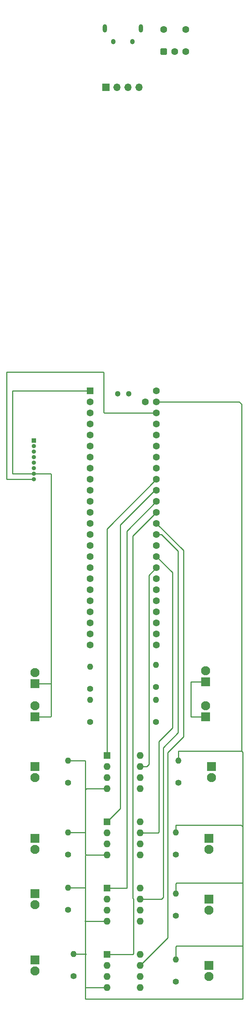
<source format=gbr>
%TF.GenerationSoftware,KiCad,Pcbnew,(6.0.1-0)*%
%TF.CreationDate,2022-01-31T22:42:59-05:00*%
%TF.ProjectId,Podoboard_0.3,506f646f-626f-4617-9264-5f302e332e6b,rev?*%
%TF.SameCoordinates,Original*%
%TF.FileFunction,Copper,L2,Bot*%
%TF.FilePolarity,Positive*%
%FSLAX46Y46*%
G04 Gerber Fmt 4.6, Leading zero omitted, Abs format (unit mm)*
G04 Created by KiCad (PCBNEW (6.0.1-0)) date 2022-01-31 22:42:59*
%MOMM*%
%LPD*%
G01*
G04 APERTURE LIST*
G04 Aperture macros list*
%AMRoundRect*
0 Rectangle with rounded corners*
0 $1 Rounding radius*
0 $2 $3 $4 $5 $6 $7 $8 $9 X,Y pos of 4 corners*
0 Add a 4 corners polygon primitive as box body*
4,1,4,$2,$3,$4,$5,$6,$7,$8,$9,$2,$3,0*
0 Add four circle primitives for the rounded corners*
1,1,$1+$1,$2,$3*
1,1,$1+$1,$4,$5*
1,1,$1+$1,$6,$7*
1,1,$1+$1,$8,$9*
0 Add four rect primitives between the rounded corners*
20,1,$1+$1,$2,$3,$4,$5,0*
20,1,$1+$1,$4,$5,$6,$7,0*
20,1,$1+$1,$6,$7,$8,$9,0*
20,1,$1+$1,$8,$9,$2,$3,0*%
G04 Aperture macros list end*
%TA.AperFunction,ComponentPad*%
%ADD10C,1.600000*%
%TD*%
%TA.AperFunction,ComponentPad*%
%ADD11RoundRect,0.400000X-0.400000X0.400000X-0.400000X-0.400000X0.400000X-0.400000X0.400000X0.400000X0*%
%TD*%
%TA.AperFunction,ComponentPad*%
%ADD12R,1.700000X1.700000*%
%TD*%
%TA.AperFunction,ComponentPad*%
%ADD13O,1.700000X1.700000*%
%TD*%
%TA.AperFunction,ComponentPad*%
%ADD14R,1.600000X1.600000*%
%TD*%
%TA.AperFunction,ComponentPad*%
%ADD15C,1.300000*%
%TD*%
%TA.AperFunction,ComponentPad*%
%ADD16C,1.400000*%
%TD*%
%TA.AperFunction,ComponentPad*%
%ADD17O,1.400000X1.400000*%
%TD*%
%TA.AperFunction,ComponentPad*%
%ADD18O,1.600000X1.600000*%
%TD*%
%TA.AperFunction,ComponentPad*%
%ADD19R,2.100000X2.100000*%
%TD*%
%TA.AperFunction,ComponentPad*%
%ADD20C,2.100000*%
%TD*%
%TA.AperFunction,ComponentPad*%
%ADD21R,1.000000X1.000000*%
%TD*%
%TA.AperFunction,ComponentPad*%
%ADD22O,1.000000X1.000000*%
%TD*%
%TA.AperFunction,ComponentPad*%
%ADD23O,1.050000X1.250000*%
%TD*%
%TA.AperFunction,ComponentPad*%
%ADD24O,1.000000X1.900000*%
%TD*%
%TA.AperFunction,Conductor*%
%ADD25C,0.250000*%
%TD*%
G04 APERTURE END LIST*
D10*
%TO.P,SW1,*%
%TO.N,*%
X66675000Y-16520000D03*
X61595000Y-16520000D03*
D11*
%TO.P,SW1,1,A*%
%TO.N,Net-(J_GIGUE1-PadS)*%
X61595000Y-21600000D03*
D10*
%TO.P,SW1,2,B*%
%TO.N,GND*%
X64135000Y-21600000D03*
%TO.P,SW1,3,C*%
%TO.N,unconnected-(SW1-Pad3)*%
X66675000Y-21600000D03*
%TD*%
D12*
%TO.P,J9,1,VBUS*%
%TO.N,Net-(J8-Pad1)*%
X48270000Y-29845000D03*
D13*
%TO.P,J9,2,D-*%
%TO.N,Net-(J8-Pad2)*%
X50810000Y-29845000D03*
%TO.P,J9,3,D+*%
%TO.N,Net-(J8-Pad3)*%
X53350000Y-29845000D03*
%TO.P,J9,4,ID*%
%TO.N,Net-(J8-Pad4)*%
X55890000Y-29845000D03*
%TD*%
D14*
%TO.P,U4,1,GND*%
%TO.N,GND*%
X44694000Y-99558000D03*
D10*
%TO.P,U4,2,0_RX1_CRX2_CS1*%
%TO.N,unconnected-(U4-Pad2)*%
X44694000Y-102098000D03*
%TO.P,U4,3,1_TX1_CTX2_MISO1*%
%TO.N,unconnected-(U4-Pad3)*%
X44694000Y-104638000D03*
%TO.P,U4,4,2_OUT2*%
%TO.N,Net-(J_GIGUE1-PadR)*%
X44694000Y-107178000D03*
%TO.P,U4,5,3_LRCLK2*%
%TO.N,Net-(J_GIGUE1-PadT)*%
X44694000Y-109718000D03*
%TO.P,U4,6,4_BCLK2*%
%TO.N,BL*%
X44694000Y-112258000D03*
%TO.P,U4,7,5_IN2*%
%TO.N,RST*%
X44694000Y-114798000D03*
%TO.P,U4,8,6_OUT1D*%
%TO.N,DC*%
X44694000Y-117338000D03*
%TO.P,U4,9,7_RX2_OUT1A*%
%TO.N,CS*%
X44694000Y-119878000D03*
%TO.P,U4,10,8_TX2_IN1*%
%TO.N,unconnected-(U4-Pad10)*%
X44694000Y-122418000D03*
%TO.P,U4,11,9_OUT1C*%
%TO.N,DIN*%
X44694000Y-124958000D03*
%TO.P,U4,12,10_CS_MQSR*%
%TO.N,unconnected-(U4-Pad12)*%
X44694000Y-127498000D03*
%TO.P,U4,13,11_MOSI_CTX1*%
%TO.N,CLK*%
X44694000Y-130038000D03*
%TO.P,U4,14,12_MISO_MQSL*%
%TO.N,unconnected-(U4-Pad14)*%
X44694000Y-132578000D03*
%TO.P,U4,15,3V3*%
%TO.N,unconnected-(U4-Pad15)*%
X44694000Y-135118000D03*
%TO.P,U4,16,24_A10_TX6_SCL2*%
%TO.N,unconnected-(U4-Pad16)*%
X44694000Y-137658000D03*
%TO.P,U4,17,25_A11_RX6_SDA2*%
%TO.N,unconnected-(U4-Pad17)*%
X44694000Y-140198000D03*
%TO.P,U4,18,26_A12_MOSI1*%
%TO.N,unconnected-(U4-Pad18)*%
X44694000Y-142738000D03*
%TO.P,U4,19,27_A13_SCK1*%
%TO.N,unconnected-(U4-Pad19)*%
X44694000Y-145278000D03*
%TO.P,U4,20,28_RX7*%
%TO.N,unconnected-(U4-Pad20)*%
X44694000Y-147818000D03*
%TO.P,U4,21,29_TX7*%
%TO.N,unconnected-(U4-Pad21)*%
X44694000Y-150358000D03*
%TO.P,U4,22,30_CRX3*%
%TO.N,unconnected-(U4-Pad22)*%
X44694000Y-152898000D03*
%TO.P,U4,23,31_CTX3*%
%TO.N,unconnected-(U4-Pad23)*%
X44694000Y-155438000D03*
%TO.P,U4,24,32_OUT1B*%
%TO.N,unconnected-(U4-Pad24)*%
X44694000Y-157978000D03*
%TO.P,U4,25,33_MCLK2*%
%TO.N,unconnected-(U4-Pad25)*%
X59934000Y-157978000D03*
%TO.P,U4,26,34_RX8*%
%TO.N,unconnected-(U4-Pad26)*%
X59934000Y-155438000D03*
%TO.P,U4,27,35_TX8*%
%TO.N,unconnected-(U4-Pad27)*%
X59934000Y-152898000D03*
%TO.P,U4,28,36_CS*%
%TO.N,unconnected-(U4-Pad28)*%
X59934000Y-150358000D03*
%TO.P,U4,29,37_CS*%
%TO.N,unconnected-(U4-Pad29)*%
X59934000Y-147818000D03*
%TO.P,U4,30,38_CS1_IN1*%
%TO.N,unconnected-(U4-Pad30)*%
X59934000Y-145278000D03*
%TO.P,U4,31,39_MISO1_OUT1A*%
%TO.N,unconnected-(U4-Pad31)*%
X59934000Y-142738000D03*
%TO.P,U4,32,40_A16*%
%TO.N,Net-(U0-Pad6)*%
X59934000Y-140198000D03*
%TO.P,U4,33,41_A17*%
%TO.N,Net-(U1-Pad6)*%
X59934000Y-137658000D03*
%TO.P,U4,34,GND*%
%TO.N,unconnected-(U4-Pad34)*%
X59934000Y-135118000D03*
%TO.P,U4,35,13_SCK_LED*%
%TO.N,Net-(U2-Pad6)*%
X59934000Y-132578000D03*
%TO.P,U4,36,14_A0_TX3_SPDIF_OUT*%
%TO.N,Net-(U3-Pad6)*%
X59934000Y-130038000D03*
%TO.P,U4,37,15_A1_RX3_SPDIF_IN*%
%TO.N,Net-(U3-Pad1)*%
X59934000Y-127498000D03*
%TO.P,U4,38,16_A2_RX4_SCL1*%
%TO.N,Net-(U2-Pad1)*%
X59934000Y-124958000D03*
%TO.P,U4,39,17_A3_TX4_SDA1*%
%TO.N,Net-(U1-Pad1)*%
X59934000Y-122418000D03*
%TO.P,U4,40,18_A4_SDA*%
%TO.N,Net-(U0-Pad1)*%
X59934000Y-119878000D03*
%TO.P,U4,41,19_A5_SCL*%
%TO.N,Net-(U4-Pad41)*%
X59934000Y-117338000D03*
%TO.P,U4,42,20_A6_TX5_LRCLK1*%
%TO.N,Net-(U4-Pad42)*%
X59934000Y-114798000D03*
%TO.P,U4,43,21_A7_RX5_BCLK1*%
%TO.N,Net-(U4-Pad43)*%
X59934000Y-112258000D03*
%TO.P,U4,44,22_A8_CTX1*%
%TO.N,Net-(J10-Pad2)*%
X59934000Y-109718000D03*
%TO.P,U4,45,23_A9_CRX1_MCLK1*%
%TO.N,unconnected-(U4-Pad45)*%
X59934000Y-107178000D03*
%TO.P,U4,46,3V3*%
%TO.N,3.3v*%
X59934000Y-104638000D03*
%TO.P,U4,47,GND*%
%TO.N,Net-(R0-Pad2)*%
X59934000Y-102098000D03*
%TO.P,U4,48,VIN*%
%TO.N,Net-(J0-Pad1)*%
X59934000Y-99558000D03*
%TO.P,U4,49,VUSB*%
%TO.N,unconnected-(U4-Pad49)*%
X57394000Y-102098000D03*
D15*
%TO.P,U4,66,D-*%
%TO.N,unconnected-(U4-Pad66)*%
X53584000Y-100288000D03*
%TO.P,U4,67,D+*%
%TO.N,unconnected-(U4-Pad67)*%
X51044000Y-100288000D03*
%TD*%
D16*
%TO.P,R13,1*%
%TO.N,GND*%
X59817000Y-167667000D03*
D17*
%TO.P,R13,2*%
%TO.N,Net-(U4-Pad41)*%
X59817000Y-162587000D03*
%TD*%
D14*
%TO.P,U3,1*%
%TO.N,Net-(U3-Pad1)*%
X48514000Y-229108000D03*
D18*
%TO.P,U3,2*%
X48514000Y-231648000D03*
%TO.P,U3,3*%
%TO.N,Net-(J3-Pad2)*%
X48514000Y-234188000D03*
%TO.P,U3,4,GND*%
%TO.N,Net-(R0-Pad2)*%
X48514000Y-236728000D03*
%TO.P,U3,5*%
%TO.N,Net-(J4-Pad2)*%
X56134000Y-236728000D03*
%TO.P,U3,6*%
%TO.N,Net-(U3-Pad6)*%
X56134000Y-234188000D03*
%TO.P,U3,7*%
X56134000Y-231648000D03*
%TO.P,U3,8,V+*%
%TO.N,Net-(J0-Pad1)*%
X56134000Y-229108000D03*
%TD*%
D16*
%TO.P,R0,1*%
%TO.N,Net-(J0-Pad2)*%
X39614000Y-189678000D03*
D17*
%TO.P,R0,2*%
%TO.N,Net-(R0-Pad2)*%
X39614000Y-184598000D03*
%TD*%
D14*
%TO.P,U2,1*%
%TO.N,Net-(U2-Pad1)*%
X48514000Y-213868000D03*
D18*
%TO.P,U2,2*%
X48514000Y-216408000D03*
%TO.P,U2,3*%
%TO.N,Net-(J2-Pad2)*%
X48514000Y-218948000D03*
%TO.P,U2,4,GND*%
%TO.N,Net-(R0-Pad2)*%
X48514000Y-221488000D03*
%TO.P,U2,5*%
%TO.N,Net-(J5-Pad2)*%
X56134000Y-221488000D03*
%TO.P,U2,6*%
%TO.N,Net-(U2-Pad6)*%
X56134000Y-218948000D03*
%TO.P,U2,7*%
X56134000Y-216408000D03*
%TO.P,U2,8,V+*%
%TO.N,Net-(J0-Pad1)*%
X56134000Y-213868000D03*
%TD*%
D16*
%TO.P,R5,1*%
%TO.N,Net-(J5-Pad2)*%
X64394000Y-220208000D03*
D17*
%TO.P,R5,2*%
%TO.N,Net-(R0-Pad2)*%
X64394000Y-215128000D03*
%TD*%
D19*
%TO.P,J6,1,Pin_1*%
%TO.N,Net-(J0-Pad1)*%
X72014000Y-202428000D03*
D20*
%TO.P,J6,2,Pin_2*%
%TO.N,Net-(J6-Pad2)*%
X72014000Y-204968000D03*
%TD*%
D19*
%TO.P,J2,1,Pin_1*%
%TO.N,Net-(J0-Pad1)*%
X31994000Y-215128000D03*
D20*
%TO.P,J2,2,Pin_2*%
%TO.N,Net-(J2-Pad2)*%
X31994000Y-217668000D03*
%TD*%
D19*
%TO.P,J7,1,Pin_1*%
%TO.N,Net-(J0-Pad1)*%
X72634000Y-185918000D03*
D20*
%TO.P,J7,2,Pin_2*%
%TO.N,Net-(J7-Pad2)*%
X72634000Y-188458000D03*
%TD*%
D16*
%TO.P,R1,1*%
%TO.N,Net-(J7-Pad2)*%
X65014000Y-189678000D03*
D17*
%TO.P,R1,2*%
%TO.N,Net-(R0-Pad2)*%
X65014000Y-184598000D03*
%TD*%
D19*
%TO.P,J12,1,Pin_1*%
%TO.N,GND*%
X71247000Y-174498000D03*
D20*
%TO.P,J12,2,Pin_2*%
%TO.N,Net-(U4-Pad42)*%
X71247000Y-171958000D03*
%TD*%
D19*
%TO.P,J13,1,Pin_1*%
%TO.N,GND*%
X71247000Y-166497000D03*
D20*
%TO.P,J13,2,Pin_2*%
%TO.N,Net-(U4-Pad41)*%
X71247000Y-163957000D03*
%TD*%
D21*
%TO.P,J_LCD1,1,Pin_1*%
%TO.N,BL*%
X31740000Y-110988000D03*
D22*
%TO.P,J_LCD1,2,Pin_2*%
%TO.N,RST*%
X31740000Y-112258000D03*
%TO.P,J_LCD1,3,Pin_3*%
%TO.N,DC*%
X31740000Y-113528000D03*
%TO.P,J_LCD1,4,Pin_4*%
%TO.N,CS*%
X31740000Y-114798000D03*
%TO.P,J_LCD1,5,Pin_5*%
%TO.N,CLK*%
X31740000Y-116068000D03*
%TO.P,J_LCD1,6,Pin_6*%
%TO.N,DIN*%
X31740000Y-117338000D03*
%TO.P,J_LCD1,7,Pin_7*%
%TO.N,GND*%
X31740000Y-118608000D03*
%TO.P,J_LCD1,8,Pin_8*%
%TO.N,3.3v*%
X31740000Y-119878000D03*
%TD*%
D16*
%TO.P,R12,1*%
%TO.N,GND*%
X59817000Y-175718000D03*
D17*
%TO.P,R12,2*%
%TO.N,Net-(U4-Pad42)*%
X59817000Y-170638000D03*
%TD*%
D14*
%TO.P,U1,1*%
%TO.N,Net-(U1-Pad1)*%
X48514000Y-198628000D03*
D18*
%TO.P,U1,2*%
X48514000Y-201168000D03*
%TO.P,U1,3*%
%TO.N,Net-(J1-Pad2)*%
X48514000Y-203708000D03*
%TO.P,U1,4,GND*%
%TO.N,Net-(R0-Pad2)*%
X48514000Y-206248000D03*
%TO.P,U1,5*%
%TO.N,Net-(J6-Pad2)*%
X56134000Y-206248000D03*
%TO.P,U1,6*%
%TO.N,Net-(U1-Pad6)*%
X56134000Y-203708000D03*
%TO.P,U1,7*%
X56134000Y-201168000D03*
%TO.P,U1,8,V+*%
%TO.N,Net-(J0-Pad1)*%
X56134000Y-198628000D03*
%TD*%
D19*
%TO.P,J11,1,Pin_1*%
%TO.N,GND*%
X31994000Y-174488000D03*
D20*
%TO.P,J11,2,Pin_2*%
%TO.N,Net-(U4-Pad43)*%
X31994000Y-171948000D03*
%TD*%
D16*
%TO.P,R11,1*%
%TO.N,GND*%
X44694000Y-175708000D03*
D17*
%TO.P,R11,2*%
%TO.N,Net-(U4-Pad43)*%
X44694000Y-170628000D03*
%TD*%
D19*
%TO.P,J3,1,Pin_1*%
%TO.N,Net-(J0-Pad1)*%
X31994000Y-230368000D03*
D20*
%TO.P,J3,2,Pin_2*%
%TO.N,Net-(J3-Pad2)*%
X31994000Y-232908000D03*
%TD*%
D19*
%TO.P,J5,1,Pin_1*%
%TO.N,Net-(J0-Pad1)*%
X72014000Y-216398000D03*
D20*
%TO.P,J5,2,Pin_2*%
%TO.N,Net-(J5-Pad2)*%
X72014000Y-218938000D03*
%TD*%
D16*
%TO.P,R6,1*%
%TO.N,Net-(J3-Pad2)*%
X40884000Y-234128000D03*
D17*
%TO.P,R6,2*%
%TO.N,Net-(R0-Pad2)*%
X40884000Y-229048000D03*
%TD*%
D16*
%TO.P,R4,1*%
%TO.N,Net-(J2-Pad2)*%
X39614000Y-218888000D03*
D17*
%TO.P,R4,2*%
%TO.N,Net-(R0-Pad2)*%
X39614000Y-213808000D03*
%TD*%
D16*
%TO.P,R3,1*%
%TO.N,Net-(J6-Pad2)*%
X64394000Y-206188000D03*
D17*
%TO.P,R3,2*%
%TO.N,Net-(R0-Pad2)*%
X64394000Y-201108000D03*
%TD*%
D19*
%TO.P,J1,1,Pin_1*%
%TO.N,Net-(J0-Pad1)*%
X31994000Y-202428000D03*
D20*
%TO.P,J1,2,Pin_2*%
%TO.N,Net-(J1-Pad2)*%
X31994000Y-204968000D03*
%TD*%
D23*
%TO.P,J8,6,Shield*%
%TO.N,unconnected-(J8-Pad6)*%
X49972000Y-19278000D03*
X54422000Y-19278000D03*
D24*
X56372000Y-16278000D03*
X48022000Y-16278000D03*
%TD*%
D19*
%TO.P,J4,1,Pin_1*%
%TO.N,Net-(J0-Pad1)*%
X72014000Y-231638000D03*
D20*
%TO.P,J4,2,Pin_2*%
%TO.N,Net-(J4-Pad2)*%
X72014000Y-234178000D03*
%TD*%
D16*
%TO.P,R7,1*%
%TO.N,Net-(J4-Pad2)*%
X64394000Y-235398000D03*
D17*
%TO.P,R7,2*%
%TO.N,Net-(R0-Pad2)*%
X64394000Y-230318000D03*
%TD*%
D19*
%TO.P,J0,1,Pin_1*%
%TO.N,Net-(J0-Pad1)*%
X31994000Y-185918000D03*
D20*
%TO.P,J0,2,Pin_2*%
%TO.N,Net-(J0-Pad2)*%
X31994000Y-188458000D03*
%TD*%
D16*
%TO.P,R2,1*%
%TO.N,Net-(J1-Pad2)*%
X39614000Y-206188000D03*
D17*
%TO.P,R2,2*%
%TO.N,Net-(R0-Pad2)*%
X39614000Y-201108000D03*
%TD*%
D19*
%TO.P,J10,1,Pin_1*%
%TO.N,GND*%
X31994000Y-166868000D03*
D20*
%TO.P,J10,2,Pin_2*%
%TO.N,Net-(J10-Pad2)*%
X31994000Y-164328000D03*
%TD*%
D14*
%TO.P,U0,1*%
%TO.N,Net-(U0-Pad1)*%
X48514000Y-183388000D03*
D18*
%TO.P,U0,2*%
X48514000Y-185928000D03*
%TO.P,U0,3*%
%TO.N,Net-(J0-Pad2)*%
X48514000Y-188468000D03*
%TO.P,U0,4,GND*%
%TO.N,Net-(R0-Pad2)*%
X48514000Y-191008000D03*
%TO.P,U0,5*%
%TO.N,Net-(J7-Pad2)*%
X56134000Y-191008000D03*
%TO.P,U0,6*%
%TO.N,Net-(U0-Pad6)*%
X56134000Y-188468000D03*
%TO.P,U0,7*%
X56134000Y-185928000D03*
%TO.P,U0,8,V+*%
%TO.N,Net-(J0-Pad1)*%
X56134000Y-183388000D03*
%TD*%
D16*
%TO.P,R10,1*%
%TO.N,GND*%
X44694000Y-168088000D03*
D17*
%TO.P,R10,2*%
%TO.N,Net-(J10-Pad2)*%
X44694000Y-163008000D03*
%TD*%
D25*
%TO.N,3.3v*%
X59934000Y-104638000D02*
X47869000Y-104638000D01*
X47869000Y-104638000D02*
X47752000Y-104521000D01*
X47752000Y-104521000D02*
X47752000Y-95377000D01*
X47752000Y-95377000D02*
X47625000Y-95250000D01*
X47625000Y-95250000D02*
X25400000Y-95250000D01*
X25400000Y-95250000D02*
X25400000Y-119878000D01*
X25400000Y-119878000D02*
X31740000Y-119878000D01*
%TO.N,Net-(U3-Pad6)*%
X56134000Y-231648000D02*
X62484000Y-225298000D01*
X62484000Y-225298000D02*
X62484000Y-182753000D01*
X62484000Y-182753000D02*
X66167000Y-179070000D01*
X66167000Y-179070000D02*
X66167000Y-136271000D01*
X66167000Y-136271000D02*
X59934000Y-130038000D01*
%TO.N,Net-(R0-Pad2)*%
X43561000Y-236728000D02*
X43561000Y-239395000D01*
X43561000Y-239395000D02*
X79756000Y-239395000D01*
X79756000Y-239395000D02*
X79756000Y-227203000D01*
X40884000Y-229048000D02*
X43748000Y-229048000D01*
X43561000Y-236728000D02*
X48514000Y-236728000D01*
X43748000Y-229048000D02*
X43561000Y-229235000D01*
X43561000Y-229235000D02*
X43561000Y-236728000D01*
%TO.N,GND*%
X31740000Y-118608000D02*
X35550000Y-118608000D01*
X35560000Y-174498000D02*
X35687000Y-174371000D01*
X35550000Y-118608000D02*
X35687000Y-118745000D01*
X35687000Y-118745000D02*
X35687000Y-174371000D01*
X31994000Y-166868000D02*
X35687000Y-166868000D01*
X35570000Y-174488000D02*
X31994000Y-174488000D01*
X71247000Y-166497000D02*
X67818000Y-166497000D01*
X67818000Y-166497000D02*
X67818000Y-174498000D01*
X67818000Y-174498000D02*
X71247000Y-174498000D01*
X31740000Y-118608000D02*
X26797000Y-118608000D01*
X26797000Y-118608000D02*
X26797000Y-99558000D01*
X26797000Y-99558000D02*
X44694000Y-99558000D01*
%TO.N,Net-(U0-Pad1)*%
X59934000Y-119878000D02*
X48514000Y-131298000D01*
X48514000Y-131298000D02*
X48514000Y-183388000D01*
%TO.N,Net-(U1-Pad1)*%
X48514000Y-198628000D02*
X51562000Y-195580000D01*
X59573000Y-122418000D02*
X59934000Y-122418000D01*
X51562000Y-195580000D02*
X51562000Y-130429000D01*
X51562000Y-130429000D02*
X59573000Y-122418000D01*
%TO.N,Net-(U2-Pad1)*%
X48514000Y-213868000D02*
X53086000Y-213868000D01*
X53086000Y-213868000D02*
X53086000Y-131806000D01*
X53086000Y-131806000D02*
X59934000Y-124958000D01*
%TO.N,Net-(U3-Pad1)*%
X48514000Y-229108000D02*
X54483000Y-229108000D01*
X54483000Y-229108000D02*
X54610000Y-228981000D01*
X54610000Y-228981000D02*
X54610000Y-216341700D01*
X54610000Y-216341700D02*
X54483000Y-216214700D01*
X54483000Y-216214700D02*
X54483000Y-132949000D01*
X54483000Y-132949000D02*
X59934000Y-127498000D01*
%TO.N,Net-(U0-Pad6)*%
X56134000Y-185928000D02*
X57658000Y-185928000D01*
X57658000Y-185928000D02*
X58166000Y-185420000D01*
X58166000Y-185420000D02*
X58166000Y-141966000D01*
X58166000Y-141966000D02*
X59934000Y-140198000D01*
%TO.N,Net-(U1-Pad6)*%
X56134000Y-201168000D02*
X60325000Y-201168000D01*
X60325000Y-201168000D02*
X60452000Y-201041000D01*
X60452000Y-201041000D02*
X60452000Y-180213000D01*
X60452000Y-180213000D02*
X63627000Y-177038000D01*
X63627000Y-177038000D02*
X63627000Y-141351000D01*
X63627000Y-141351000D02*
X59934000Y-137658000D01*
%TO.N,Net-(U2-Pad6)*%
X56134000Y-216408000D02*
X61087000Y-216408000D01*
X61087000Y-216408000D02*
X61468000Y-216027000D01*
X61468000Y-216027000D02*
X61468000Y-181610000D01*
X61468000Y-181610000D02*
X64897000Y-178181000D01*
X64897000Y-178181000D02*
X64897000Y-136398000D01*
X64897000Y-136398000D02*
X61077000Y-132578000D01*
X61077000Y-132578000D02*
X59934000Y-132578000D01*
%TO.N,Net-(R0-Pad2)*%
X79502000Y-182372000D02*
X79502000Y-102616000D01*
X79502000Y-102616000D02*
X78984000Y-102098000D01*
X78984000Y-102098000D02*
X59934000Y-102098000D01*
X43434000Y-221488000D02*
X43561000Y-221615000D01*
X43561000Y-221615000D02*
X43561000Y-228981000D01*
X43561000Y-228981000D02*
X43494000Y-229048000D01*
X43561000Y-206375000D02*
X43561000Y-221361000D01*
X43561000Y-221361000D02*
X43434000Y-221488000D01*
X39614000Y-213808000D02*
X43561000Y-213808000D01*
X79756000Y-199771000D02*
X79756000Y-182626000D01*
X65024000Y-182372000D02*
X65014000Y-182382000D01*
X79502000Y-182372000D02*
X65024000Y-182372000D01*
X79756000Y-182626000D02*
X79502000Y-182372000D01*
X65014000Y-182382000D02*
X65014000Y-184598000D01*
X79375000Y-199390000D02*
X64389000Y-199390000D01*
X79756000Y-212725000D02*
X79756000Y-199771000D01*
X79756000Y-199771000D02*
X79375000Y-199390000D01*
X64389000Y-199390000D02*
X64394000Y-199395000D01*
X64394000Y-199395000D02*
X64394000Y-201108000D01*
X64516000Y-212725000D02*
X64389000Y-212852000D01*
X79756000Y-212725000D02*
X64516000Y-212725000D01*
X64394000Y-212857000D02*
X64394000Y-215128000D01*
X79756000Y-227203000D02*
X79756000Y-212725000D01*
X64389000Y-212852000D02*
X64394000Y-212857000D01*
X64394000Y-230318000D02*
X64394000Y-227335000D01*
X64394000Y-227335000D02*
X64389000Y-227330000D01*
X79756000Y-227203000D02*
X64516000Y-227203000D01*
X64516000Y-227203000D02*
X64389000Y-227330000D01*
X43434000Y-221488000D02*
X48514000Y-221488000D01*
X43561000Y-206121000D02*
X43688000Y-206248000D01*
X43561000Y-201041000D02*
X43561000Y-206121000D01*
X43688000Y-206248000D02*
X48514000Y-206248000D01*
X43561000Y-191262000D02*
X43561000Y-201041000D01*
X43561000Y-201041000D02*
X43494000Y-201108000D01*
X43494000Y-201108000D02*
X39614000Y-201108000D01*
X39614000Y-184598000D02*
X43501000Y-184598000D01*
X43501000Y-184598000D02*
X43561000Y-184658000D01*
X43561000Y-184658000D02*
X43561000Y-191262000D01*
X43561000Y-191262000D02*
X43815000Y-191008000D01*
X43815000Y-191008000D02*
X48514000Y-191008000D01*
%TD*%
M02*

</source>
